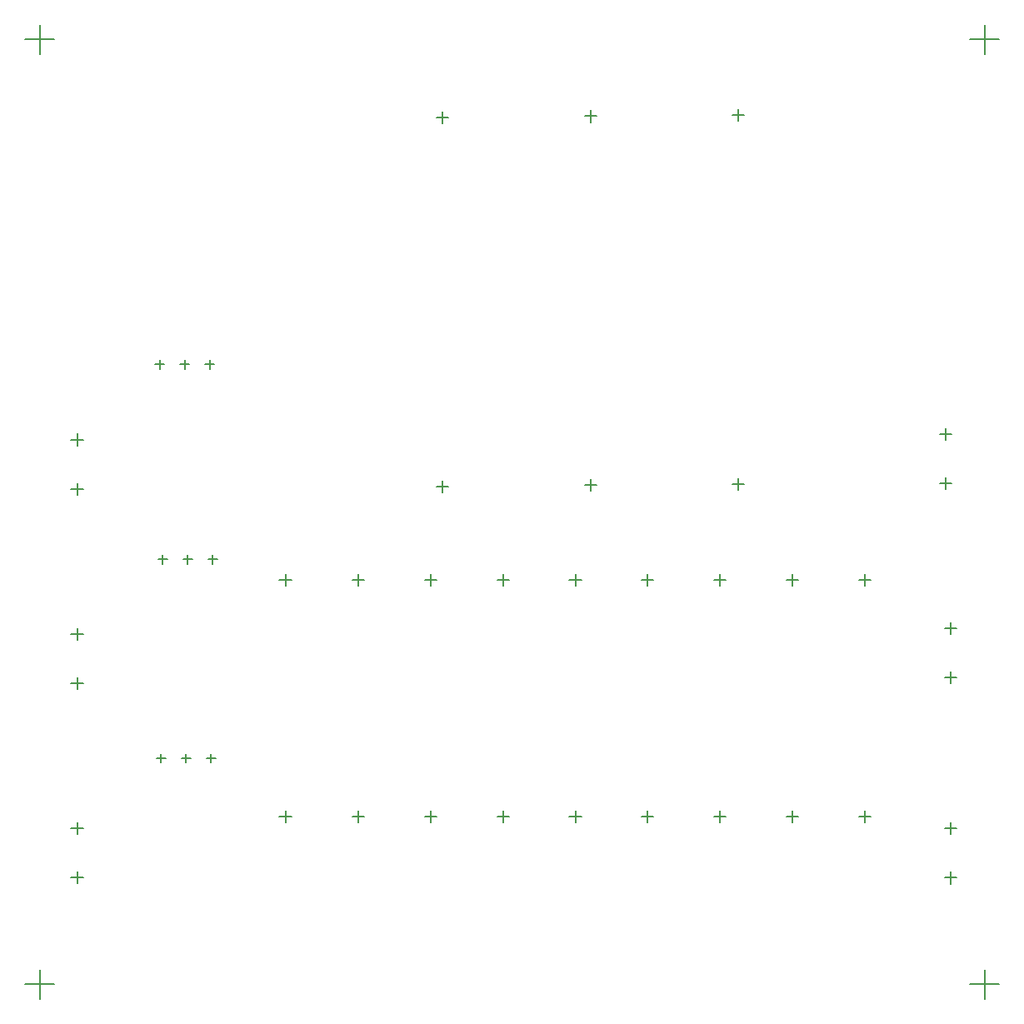
<source format=gbr>
G04 Layer_Color=128*
%FSLAX26Y26*%
%MOIN*%
%TF.FileFunction,Drillmap*%
%TF.Part,Single*%
G01*
G75*
%TA.AperFunction,NonConductor*%
%ADD31C,0.005000*%
D31*
X673858Y-2080000D02*
X709291D01*
X691575Y-2097716D02*
Y-2062284D01*
X573858Y-2080000D02*
X609291D01*
X591575Y-2097716D02*
Y-2062284D01*
X473858Y-2080000D02*
X509291D01*
X491575Y-2097716D02*
Y-2062284D01*
X662284Y-1300000D02*
X697716D01*
X680000Y-1317716D02*
Y-1282284D01*
X562284Y-1300000D02*
X597716D01*
X580000Y-1317716D02*
Y-1282284D01*
X462284Y-1300000D02*
X497716D01*
X480000Y-1317716D02*
Y-1282284D01*
X667284Y-2875000D02*
X702716D01*
X685000Y-2892716D02*
Y-2857284D01*
X567284Y-2875000D02*
X602716D01*
X585000Y-2892716D02*
Y-2857284D01*
X467284Y-2875000D02*
X502716D01*
X485000Y-2892716D02*
Y-2857284D01*
X3601378Y-1577678D02*
X3648622D01*
X3625000Y-1601300D02*
Y-1554056D01*
X3601378Y-1774528D02*
X3648622D01*
X3625000Y-1798150D02*
Y-1750906D01*
X3621378Y-2355178D02*
X3668622D01*
X3645000Y-2378800D02*
Y-2331556D01*
X3621378Y-2552028D02*
X3668622D01*
X3645000Y-2575650D02*
Y-2528406D01*
X3621378Y-3156575D02*
X3668622D01*
X3645000Y-3180197D02*
Y-3132953D01*
X3621378Y-3353425D02*
X3668622D01*
X3645000Y-3377047D02*
Y-3329803D01*
X958976Y-3107441D02*
X1006221D01*
X982598Y-3131063D02*
Y-3083819D01*
X958976Y-2162559D02*
X1006221D01*
X982598Y-2186181D02*
Y-2138937D01*
X1251378Y-3107441D02*
X1298622D01*
X1275000Y-3131063D02*
Y-3083819D01*
X1251378Y-2162559D02*
X1298622D01*
X1275000Y-2186181D02*
Y-2138937D01*
X1541378Y-3107441D02*
X1588622D01*
X1565000Y-3131063D02*
Y-3083819D01*
X1541378Y-2162559D02*
X1588622D01*
X1565000Y-2186181D02*
Y-2138937D01*
X1586378Y-1788189D02*
X1633622D01*
X1610000Y-1811811D02*
Y-1764567D01*
X1586378Y-311811D02*
X1633622D01*
X1610000Y-335433D02*
Y-288189D01*
X1831378Y-3107441D02*
X1878622D01*
X1855000Y-3131063D02*
Y-3083819D01*
X1831378Y-2162559D02*
X1878622D01*
X1855000Y-2186181D02*
Y-2138937D01*
X2118977Y-3107441D02*
X2166220D01*
X2142599Y-3131063D02*
Y-3083819D01*
X2118977Y-2162559D02*
X2166220D01*
X2142599Y-2186181D02*
Y-2138937D01*
X2406378Y-3107441D02*
X2453622D01*
X2430000Y-3131063D02*
Y-3083819D01*
X2406378Y-2162559D02*
X2453622D01*
X2430000Y-2186181D02*
Y-2138937D01*
X2181378Y-1783189D02*
X2228622D01*
X2205000Y-1806811D02*
Y-1759567D01*
X2181378Y-306811D02*
X2228622D01*
X2205000Y-330433D02*
Y-283189D01*
X2696378Y-3107441D02*
X2743622D01*
X2720000Y-3131063D02*
Y-3083819D01*
X2696378Y-2162559D02*
X2743622D01*
X2720000Y-2186181D02*
Y-2138937D01*
X2986378Y-3107441D02*
X3033622D01*
X3010000Y-3131063D02*
Y-3083819D01*
X2986378Y-2162559D02*
X3033622D01*
X3010000Y-2186181D02*
Y-2138937D01*
X3276378Y-3107441D02*
X3323622D01*
X3300000Y-3131063D02*
Y-3083819D01*
X3276378Y-2162559D02*
X3323622D01*
X3300000Y-2186181D02*
Y-2138937D01*
X2771378Y-1778189D02*
X2818622D01*
X2795000Y-1801811D02*
Y-1754567D01*
X2771378Y-301811D02*
X2818622D01*
X2795000Y-325433D02*
Y-278189D01*
X-59055Y-3779528D02*
X59055D01*
X0Y-3838583D02*
Y-3720472D01*
X-59055Y0D02*
X59055D01*
X0Y-59055D02*
Y59055D01*
X3720472Y-3779528D02*
X3838583D01*
X3779528Y-3838583D02*
Y-3720472D01*
X3720472Y0D02*
X3838582D01*
X3779527Y-59055D02*
Y59055D01*
X125827Y-1797402D02*
X173071D01*
X149449Y-1821024D02*
Y-1773780D01*
X125827Y-1600551D02*
X173071D01*
X149449Y-1624173D02*
Y-1576929D01*
X125827Y-2574902D02*
X173071D01*
X149449Y-2598524D02*
Y-2551280D01*
X125827Y-2378051D02*
X173071D01*
X149449Y-2401673D02*
Y-2354429D01*
X125827Y-3352402D02*
X173071D01*
X149449Y-3376024D02*
Y-3328780D01*
X125827Y-3155551D02*
X173071D01*
X149449Y-3179173D02*
Y-3131929D01*
%TF.MD5,dc21b21399a29ce7fbfd26b4452fa7ac*%
M02*

</source>
